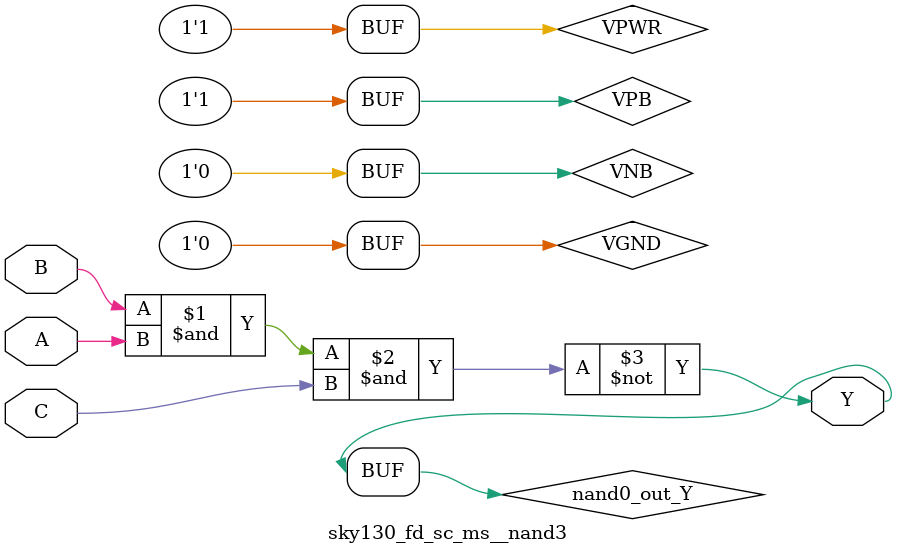
<source format=v>
/*
 * Copyright 2020 The SkyWater PDK Authors
 *
 * Licensed under the Apache License, Version 2.0 (the "License");
 * you may not use this file except in compliance with the License.
 * You may obtain a copy of the License at
 *
 *     https://www.apache.org/licenses/LICENSE-2.0
 *
 * Unless required by applicable law or agreed to in writing, software
 * distributed under the License is distributed on an "AS IS" BASIS,
 * WITHOUT WARRANTIES OR CONDITIONS OF ANY KIND, either express or implied.
 * See the License for the specific language governing permissions and
 * limitations under the License.
 *
 * SPDX-License-Identifier: Apache-2.0
*/


`ifndef SKY130_FD_SC_MS__NAND3_TIMING_V
`define SKY130_FD_SC_MS__NAND3_TIMING_V

/**
 * nand3: 3-input NAND.
 *
 * Verilog simulation timing model.
 */

`timescale 1ns / 1ps
`default_nettype none

`celldefine
module sky130_fd_sc_ms__nand3 (
    Y,
    A,
    B,
    C
);

    // Module ports
    output Y;
    input  A;
    input  B;
    input  C;

    // Module supplies
    supply1 VPWR;
    supply0 VGND;
    supply1 VPB ;
    supply0 VNB ;

    // Local signals
    wire nand0_out_Y;

    //   Name   Output       Other arguments
    nand nand0 (nand0_out_Y, B, A, C        );
    buf  buf0  (Y          , nand0_out_Y    );

endmodule
`endcelldefine

`default_nettype wire
`endif  // SKY130_FD_SC_MS__NAND3_TIMING_V

</source>
